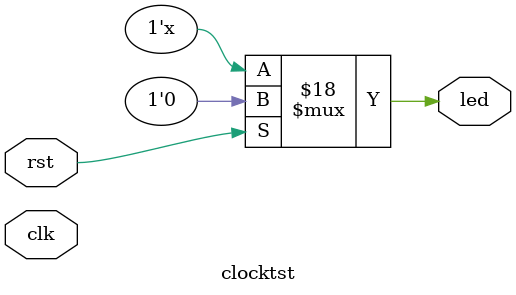
<source format=v>
`timescale 1ns / 1ps
module clocktst(clk,rst,led);
	 input clk,rst;
	 
    reg [25:0]ctr;
    	 
	 output led;
    reg led;	

	 
	 always @(clk)
      begin
         if(rst) 
            begin
				   ctr=1'b0;
			      led=1'b0;
				end
			else if(ctr[24]&&ctr[23])
			      begin
					   
						led = led+ 1'b1;
					   ctr = 1'b0;
					end
			else ctr=ctr+1'b1;
			
			
		end
	 
	      
		 
	   
endmodule

</source>
